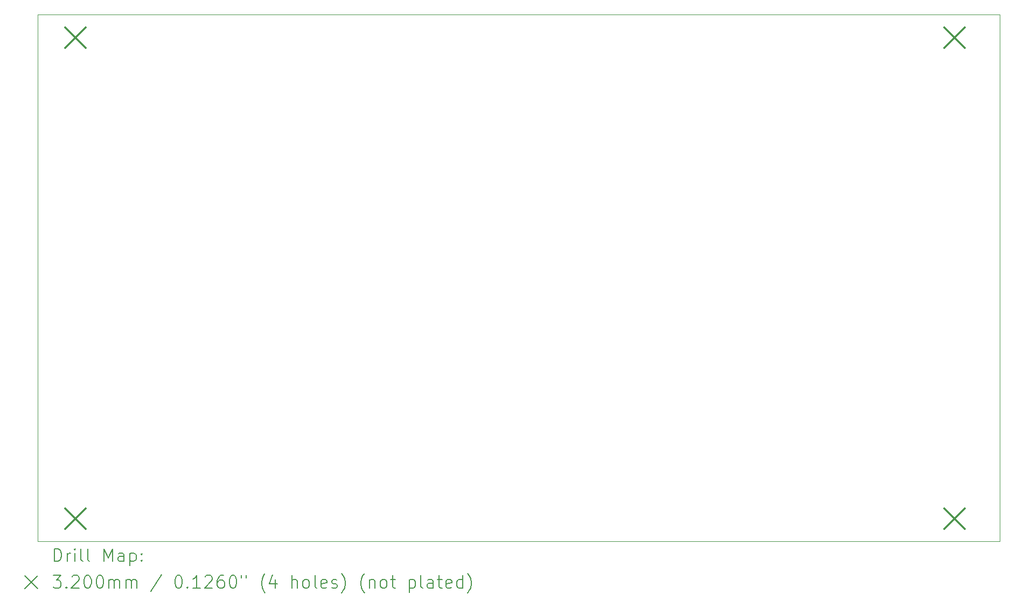
<source format=gbr>
%TF.GenerationSoftware,KiCad,Pcbnew,8.0.2-1*%
%TF.CreationDate,2025-01-09T15:56:44-05:00*%
%TF.ProjectId,C3P0_Controller_V1.1,43335030-5f43-46f6-9e74-726f6c6c6572,rev?*%
%TF.SameCoordinates,Original*%
%TF.FileFunction,Drillmap*%
%TF.FilePolarity,Positive*%
%FSLAX45Y45*%
G04 Gerber Fmt 4.5, Leading zero omitted, Abs format (unit mm)*
G04 Created by KiCad (PCBNEW 8.0.2-1) date 2025-01-09 15:56:44*
%MOMM*%
%LPD*%
G01*
G04 APERTURE LIST*
%ADD10C,0.050000*%
%ADD11C,0.200000*%
%ADD12C,0.320000*%
G04 APERTURE END LIST*
D10*
X7205600Y-13589000D02*
X7205600Y-5295601D01*
X22324600Y-13589000D02*
X7205600Y-13589000D01*
X22324600Y-5295600D02*
X22324600Y-13589000D01*
X7205600Y-5295600D02*
X22324600Y-5295600D01*
D11*
D12*
X7637800Y-5504200D02*
X7957800Y-5824200D01*
X7957800Y-5504200D02*
X7637800Y-5824200D01*
X7637800Y-13073400D02*
X7957800Y-13393400D01*
X7957800Y-13073400D02*
X7637800Y-13393400D01*
X21455400Y-5504200D02*
X21775400Y-5824200D01*
X21775400Y-5504200D02*
X21455400Y-5824200D01*
X21455400Y-13073400D02*
X21775400Y-13393400D01*
X21775400Y-13073400D02*
X21455400Y-13393400D01*
D11*
X7463877Y-13902984D02*
X7463877Y-13702984D01*
X7463877Y-13702984D02*
X7511496Y-13702984D01*
X7511496Y-13702984D02*
X7540067Y-13712508D01*
X7540067Y-13712508D02*
X7559115Y-13731555D01*
X7559115Y-13731555D02*
X7568639Y-13750603D01*
X7568639Y-13750603D02*
X7578162Y-13788698D01*
X7578162Y-13788698D02*
X7578162Y-13817269D01*
X7578162Y-13817269D02*
X7568639Y-13855365D01*
X7568639Y-13855365D02*
X7559115Y-13874412D01*
X7559115Y-13874412D02*
X7540067Y-13893460D01*
X7540067Y-13893460D02*
X7511496Y-13902984D01*
X7511496Y-13902984D02*
X7463877Y-13902984D01*
X7663877Y-13902984D02*
X7663877Y-13769650D01*
X7663877Y-13807746D02*
X7673401Y-13788698D01*
X7673401Y-13788698D02*
X7682924Y-13779174D01*
X7682924Y-13779174D02*
X7701972Y-13769650D01*
X7701972Y-13769650D02*
X7721020Y-13769650D01*
X7787686Y-13902984D02*
X7787686Y-13769650D01*
X7787686Y-13702984D02*
X7778162Y-13712508D01*
X7778162Y-13712508D02*
X7787686Y-13722031D01*
X7787686Y-13722031D02*
X7797210Y-13712508D01*
X7797210Y-13712508D02*
X7787686Y-13702984D01*
X7787686Y-13702984D02*
X7787686Y-13722031D01*
X7911496Y-13902984D02*
X7892448Y-13893460D01*
X7892448Y-13893460D02*
X7882924Y-13874412D01*
X7882924Y-13874412D02*
X7882924Y-13702984D01*
X8016258Y-13902984D02*
X7997210Y-13893460D01*
X7997210Y-13893460D02*
X7987686Y-13874412D01*
X7987686Y-13874412D02*
X7987686Y-13702984D01*
X8244829Y-13902984D02*
X8244829Y-13702984D01*
X8244829Y-13702984D02*
X8311496Y-13845841D01*
X8311496Y-13845841D02*
X8378162Y-13702984D01*
X8378162Y-13702984D02*
X8378162Y-13902984D01*
X8559115Y-13902984D02*
X8559115Y-13798222D01*
X8559115Y-13798222D02*
X8549591Y-13779174D01*
X8549591Y-13779174D02*
X8530544Y-13769650D01*
X8530544Y-13769650D02*
X8492448Y-13769650D01*
X8492448Y-13769650D02*
X8473401Y-13779174D01*
X8559115Y-13893460D02*
X8540067Y-13902984D01*
X8540067Y-13902984D02*
X8492448Y-13902984D01*
X8492448Y-13902984D02*
X8473401Y-13893460D01*
X8473401Y-13893460D02*
X8463877Y-13874412D01*
X8463877Y-13874412D02*
X8463877Y-13855365D01*
X8463877Y-13855365D02*
X8473401Y-13836317D01*
X8473401Y-13836317D02*
X8492448Y-13826793D01*
X8492448Y-13826793D02*
X8540067Y-13826793D01*
X8540067Y-13826793D02*
X8559115Y-13817269D01*
X8654353Y-13769650D02*
X8654353Y-13969650D01*
X8654353Y-13779174D02*
X8673401Y-13769650D01*
X8673401Y-13769650D02*
X8711496Y-13769650D01*
X8711496Y-13769650D02*
X8730544Y-13779174D01*
X8730544Y-13779174D02*
X8740067Y-13788698D01*
X8740067Y-13788698D02*
X8749591Y-13807746D01*
X8749591Y-13807746D02*
X8749591Y-13864888D01*
X8749591Y-13864888D02*
X8740067Y-13883936D01*
X8740067Y-13883936D02*
X8730544Y-13893460D01*
X8730544Y-13893460D02*
X8711496Y-13902984D01*
X8711496Y-13902984D02*
X8673401Y-13902984D01*
X8673401Y-13902984D02*
X8654353Y-13893460D01*
X8835305Y-13883936D02*
X8844829Y-13893460D01*
X8844829Y-13893460D02*
X8835305Y-13902984D01*
X8835305Y-13902984D02*
X8825782Y-13893460D01*
X8825782Y-13893460D02*
X8835305Y-13883936D01*
X8835305Y-13883936D02*
X8835305Y-13902984D01*
X8835305Y-13779174D02*
X8844829Y-13788698D01*
X8844829Y-13788698D02*
X8835305Y-13798222D01*
X8835305Y-13798222D02*
X8825782Y-13788698D01*
X8825782Y-13788698D02*
X8835305Y-13779174D01*
X8835305Y-13779174D02*
X8835305Y-13798222D01*
X7003100Y-14131500D02*
X7203100Y-14331500D01*
X7203100Y-14131500D02*
X7003100Y-14331500D01*
X7444829Y-14122984D02*
X7568639Y-14122984D01*
X7568639Y-14122984D02*
X7501972Y-14199174D01*
X7501972Y-14199174D02*
X7530543Y-14199174D01*
X7530543Y-14199174D02*
X7549591Y-14208698D01*
X7549591Y-14208698D02*
X7559115Y-14218222D01*
X7559115Y-14218222D02*
X7568639Y-14237269D01*
X7568639Y-14237269D02*
X7568639Y-14284888D01*
X7568639Y-14284888D02*
X7559115Y-14303936D01*
X7559115Y-14303936D02*
X7549591Y-14313460D01*
X7549591Y-14313460D02*
X7530543Y-14322984D01*
X7530543Y-14322984D02*
X7473401Y-14322984D01*
X7473401Y-14322984D02*
X7454353Y-14313460D01*
X7454353Y-14313460D02*
X7444829Y-14303936D01*
X7654353Y-14303936D02*
X7663877Y-14313460D01*
X7663877Y-14313460D02*
X7654353Y-14322984D01*
X7654353Y-14322984D02*
X7644829Y-14313460D01*
X7644829Y-14313460D02*
X7654353Y-14303936D01*
X7654353Y-14303936D02*
X7654353Y-14322984D01*
X7740067Y-14142031D02*
X7749591Y-14132508D01*
X7749591Y-14132508D02*
X7768639Y-14122984D01*
X7768639Y-14122984D02*
X7816258Y-14122984D01*
X7816258Y-14122984D02*
X7835305Y-14132508D01*
X7835305Y-14132508D02*
X7844829Y-14142031D01*
X7844829Y-14142031D02*
X7854353Y-14161079D01*
X7854353Y-14161079D02*
X7854353Y-14180127D01*
X7854353Y-14180127D02*
X7844829Y-14208698D01*
X7844829Y-14208698D02*
X7730543Y-14322984D01*
X7730543Y-14322984D02*
X7854353Y-14322984D01*
X7978162Y-14122984D02*
X7997210Y-14122984D01*
X7997210Y-14122984D02*
X8016258Y-14132508D01*
X8016258Y-14132508D02*
X8025782Y-14142031D01*
X8025782Y-14142031D02*
X8035305Y-14161079D01*
X8035305Y-14161079D02*
X8044829Y-14199174D01*
X8044829Y-14199174D02*
X8044829Y-14246793D01*
X8044829Y-14246793D02*
X8035305Y-14284888D01*
X8035305Y-14284888D02*
X8025782Y-14303936D01*
X8025782Y-14303936D02*
X8016258Y-14313460D01*
X8016258Y-14313460D02*
X7997210Y-14322984D01*
X7997210Y-14322984D02*
X7978162Y-14322984D01*
X7978162Y-14322984D02*
X7959115Y-14313460D01*
X7959115Y-14313460D02*
X7949591Y-14303936D01*
X7949591Y-14303936D02*
X7940067Y-14284888D01*
X7940067Y-14284888D02*
X7930543Y-14246793D01*
X7930543Y-14246793D02*
X7930543Y-14199174D01*
X7930543Y-14199174D02*
X7940067Y-14161079D01*
X7940067Y-14161079D02*
X7949591Y-14142031D01*
X7949591Y-14142031D02*
X7959115Y-14132508D01*
X7959115Y-14132508D02*
X7978162Y-14122984D01*
X8168639Y-14122984D02*
X8187686Y-14122984D01*
X8187686Y-14122984D02*
X8206734Y-14132508D01*
X8206734Y-14132508D02*
X8216258Y-14142031D01*
X8216258Y-14142031D02*
X8225782Y-14161079D01*
X8225782Y-14161079D02*
X8235305Y-14199174D01*
X8235305Y-14199174D02*
X8235305Y-14246793D01*
X8235305Y-14246793D02*
X8225782Y-14284888D01*
X8225782Y-14284888D02*
X8216258Y-14303936D01*
X8216258Y-14303936D02*
X8206734Y-14313460D01*
X8206734Y-14313460D02*
X8187686Y-14322984D01*
X8187686Y-14322984D02*
X8168639Y-14322984D01*
X8168639Y-14322984D02*
X8149591Y-14313460D01*
X8149591Y-14313460D02*
X8140067Y-14303936D01*
X8140067Y-14303936D02*
X8130543Y-14284888D01*
X8130543Y-14284888D02*
X8121020Y-14246793D01*
X8121020Y-14246793D02*
X8121020Y-14199174D01*
X8121020Y-14199174D02*
X8130543Y-14161079D01*
X8130543Y-14161079D02*
X8140067Y-14142031D01*
X8140067Y-14142031D02*
X8149591Y-14132508D01*
X8149591Y-14132508D02*
X8168639Y-14122984D01*
X8321020Y-14322984D02*
X8321020Y-14189650D01*
X8321020Y-14208698D02*
X8330543Y-14199174D01*
X8330543Y-14199174D02*
X8349591Y-14189650D01*
X8349591Y-14189650D02*
X8378163Y-14189650D01*
X8378163Y-14189650D02*
X8397210Y-14199174D01*
X8397210Y-14199174D02*
X8406734Y-14218222D01*
X8406734Y-14218222D02*
X8406734Y-14322984D01*
X8406734Y-14218222D02*
X8416258Y-14199174D01*
X8416258Y-14199174D02*
X8435305Y-14189650D01*
X8435305Y-14189650D02*
X8463877Y-14189650D01*
X8463877Y-14189650D02*
X8482925Y-14199174D01*
X8482925Y-14199174D02*
X8492448Y-14218222D01*
X8492448Y-14218222D02*
X8492448Y-14322984D01*
X8587686Y-14322984D02*
X8587686Y-14189650D01*
X8587686Y-14208698D02*
X8597210Y-14199174D01*
X8597210Y-14199174D02*
X8616258Y-14189650D01*
X8616258Y-14189650D02*
X8644829Y-14189650D01*
X8644829Y-14189650D02*
X8663877Y-14199174D01*
X8663877Y-14199174D02*
X8673401Y-14218222D01*
X8673401Y-14218222D02*
X8673401Y-14322984D01*
X8673401Y-14218222D02*
X8682925Y-14199174D01*
X8682925Y-14199174D02*
X8701972Y-14189650D01*
X8701972Y-14189650D02*
X8730544Y-14189650D01*
X8730544Y-14189650D02*
X8749591Y-14199174D01*
X8749591Y-14199174D02*
X8759115Y-14218222D01*
X8759115Y-14218222D02*
X8759115Y-14322984D01*
X9149591Y-14113460D02*
X8978163Y-14370603D01*
X9406734Y-14122984D02*
X9425782Y-14122984D01*
X9425782Y-14122984D02*
X9444829Y-14132508D01*
X9444829Y-14132508D02*
X9454353Y-14142031D01*
X9454353Y-14142031D02*
X9463877Y-14161079D01*
X9463877Y-14161079D02*
X9473401Y-14199174D01*
X9473401Y-14199174D02*
X9473401Y-14246793D01*
X9473401Y-14246793D02*
X9463877Y-14284888D01*
X9463877Y-14284888D02*
X9454353Y-14303936D01*
X9454353Y-14303936D02*
X9444829Y-14313460D01*
X9444829Y-14313460D02*
X9425782Y-14322984D01*
X9425782Y-14322984D02*
X9406734Y-14322984D01*
X9406734Y-14322984D02*
X9387687Y-14313460D01*
X9387687Y-14313460D02*
X9378163Y-14303936D01*
X9378163Y-14303936D02*
X9368639Y-14284888D01*
X9368639Y-14284888D02*
X9359115Y-14246793D01*
X9359115Y-14246793D02*
X9359115Y-14199174D01*
X9359115Y-14199174D02*
X9368639Y-14161079D01*
X9368639Y-14161079D02*
X9378163Y-14142031D01*
X9378163Y-14142031D02*
X9387687Y-14132508D01*
X9387687Y-14132508D02*
X9406734Y-14122984D01*
X9559115Y-14303936D02*
X9568639Y-14313460D01*
X9568639Y-14313460D02*
X9559115Y-14322984D01*
X9559115Y-14322984D02*
X9549591Y-14313460D01*
X9549591Y-14313460D02*
X9559115Y-14303936D01*
X9559115Y-14303936D02*
X9559115Y-14322984D01*
X9759115Y-14322984D02*
X9644829Y-14322984D01*
X9701972Y-14322984D02*
X9701972Y-14122984D01*
X9701972Y-14122984D02*
X9682925Y-14151555D01*
X9682925Y-14151555D02*
X9663877Y-14170603D01*
X9663877Y-14170603D02*
X9644829Y-14180127D01*
X9835306Y-14142031D02*
X9844829Y-14132508D01*
X9844829Y-14132508D02*
X9863877Y-14122984D01*
X9863877Y-14122984D02*
X9911496Y-14122984D01*
X9911496Y-14122984D02*
X9930544Y-14132508D01*
X9930544Y-14132508D02*
X9940068Y-14142031D01*
X9940068Y-14142031D02*
X9949591Y-14161079D01*
X9949591Y-14161079D02*
X9949591Y-14180127D01*
X9949591Y-14180127D02*
X9940068Y-14208698D01*
X9940068Y-14208698D02*
X9825782Y-14322984D01*
X9825782Y-14322984D02*
X9949591Y-14322984D01*
X10121020Y-14122984D02*
X10082925Y-14122984D01*
X10082925Y-14122984D02*
X10063877Y-14132508D01*
X10063877Y-14132508D02*
X10054353Y-14142031D01*
X10054353Y-14142031D02*
X10035306Y-14170603D01*
X10035306Y-14170603D02*
X10025782Y-14208698D01*
X10025782Y-14208698D02*
X10025782Y-14284888D01*
X10025782Y-14284888D02*
X10035306Y-14303936D01*
X10035306Y-14303936D02*
X10044829Y-14313460D01*
X10044829Y-14313460D02*
X10063877Y-14322984D01*
X10063877Y-14322984D02*
X10101972Y-14322984D01*
X10101972Y-14322984D02*
X10121020Y-14313460D01*
X10121020Y-14313460D02*
X10130544Y-14303936D01*
X10130544Y-14303936D02*
X10140068Y-14284888D01*
X10140068Y-14284888D02*
X10140068Y-14237269D01*
X10140068Y-14237269D02*
X10130544Y-14218222D01*
X10130544Y-14218222D02*
X10121020Y-14208698D01*
X10121020Y-14208698D02*
X10101972Y-14199174D01*
X10101972Y-14199174D02*
X10063877Y-14199174D01*
X10063877Y-14199174D02*
X10044829Y-14208698D01*
X10044829Y-14208698D02*
X10035306Y-14218222D01*
X10035306Y-14218222D02*
X10025782Y-14237269D01*
X10263877Y-14122984D02*
X10282925Y-14122984D01*
X10282925Y-14122984D02*
X10301972Y-14132508D01*
X10301972Y-14132508D02*
X10311496Y-14142031D01*
X10311496Y-14142031D02*
X10321020Y-14161079D01*
X10321020Y-14161079D02*
X10330544Y-14199174D01*
X10330544Y-14199174D02*
X10330544Y-14246793D01*
X10330544Y-14246793D02*
X10321020Y-14284888D01*
X10321020Y-14284888D02*
X10311496Y-14303936D01*
X10311496Y-14303936D02*
X10301972Y-14313460D01*
X10301972Y-14313460D02*
X10282925Y-14322984D01*
X10282925Y-14322984D02*
X10263877Y-14322984D01*
X10263877Y-14322984D02*
X10244829Y-14313460D01*
X10244829Y-14313460D02*
X10235306Y-14303936D01*
X10235306Y-14303936D02*
X10225782Y-14284888D01*
X10225782Y-14284888D02*
X10216258Y-14246793D01*
X10216258Y-14246793D02*
X10216258Y-14199174D01*
X10216258Y-14199174D02*
X10225782Y-14161079D01*
X10225782Y-14161079D02*
X10235306Y-14142031D01*
X10235306Y-14142031D02*
X10244829Y-14132508D01*
X10244829Y-14132508D02*
X10263877Y-14122984D01*
X10406734Y-14122984D02*
X10406734Y-14161079D01*
X10482925Y-14122984D02*
X10482925Y-14161079D01*
X10778163Y-14399174D02*
X10768639Y-14389650D01*
X10768639Y-14389650D02*
X10749591Y-14361079D01*
X10749591Y-14361079D02*
X10740068Y-14342031D01*
X10740068Y-14342031D02*
X10730544Y-14313460D01*
X10730544Y-14313460D02*
X10721020Y-14265841D01*
X10721020Y-14265841D02*
X10721020Y-14227746D01*
X10721020Y-14227746D02*
X10730544Y-14180127D01*
X10730544Y-14180127D02*
X10740068Y-14151555D01*
X10740068Y-14151555D02*
X10749591Y-14132508D01*
X10749591Y-14132508D02*
X10768639Y-14103936D01*
X10768639Y-14103936D02*
X10778163Y-14094412D01*
X10940068Y-14189650D02*
X10940068Y-14322984D01*
X10892449Y-14113460D02*
X10844830Y-14256317D01*
X10844830Y-14256317D02*
X10968639Y-14256317D01*
X11197210Y-14322984D02*
X11197210Y-14122984D01*
X11282925Y-14322984D02*
X11282925Y-14218222D01*
X11282925Y-14218222D02*
X11273401Y-14199174D01*
X11273401Y-14199174D02*
X11254353Y-14189650D01*
X11254353Y-14189650D02*
X11225782Y-14189650D01*
X11225782Y-14189650D02*
X11206734Y-14199174D01*
X11206734Y-14199174D02*
X11197210Y-14208698D01*
X11406734Y-14322984D02*
X11387687Y-14313460D01*
X11387687Y-14313460D02*
X11378163Y-14303936D01*
X11378163Y-14303936D02*
X11368639Y-14284888D01*
X11368639Y-14284888D02*
X11368639Y-14227746D01*
X11368639Y-14227746D02*
X11378163Y-14208698D01*
X11378163Y-14208698D02*
X11387687Y-14199174D01*
X11387687Y-14199174D02*
X11406734Y-14189650D01*
X11406734Y-14189650D02*
X11435306Y-14189650D01*
X11435306Y-14189650D02*
X11454353Y-14199174D01*
X11454353Y-14199174D02*
X11463877Y-14208698D01*
X11463877Y-14208698D02*
X11473401Y-14227746D01*
X11473401Y-14227746D02*
X11473401Y-14284888D01*
X11473401Y-14284888D02*
X11463877Y-14303936D01*
X11463877Y-14303936D02*
X11454353Y-14313460D01*
X11454353Y-14313460D02*
X11435306Y-14322984D01*
X11435306Y-14322984D02*
X11406734Y-14322984D01*
X11587687Y-14322984D02*
X11568639Y-14313460D01*
X11568639Y-14313460D02*
X11559115Y-14294412D01*
X11559115Y-14294412D02*
X11559115Y-14122984D01*
X11740068Y-14313460D02*
X11721020Y-14322984D01*
X11721020Y-14322984D02*
X11682925Y-14322984D01*
X11682925Y-14322984D02*
X11663877Y-14313460D01*
X11663877Y-14313460D02*
X11654353Y-14294412D01*
X11654353Y-14294412D02*
X11654353Y-14218222D01*
X11654353Y-14218222D02*
X11663877Y-14199174D01*
X11663877Y-14199174D02*
X11682925Y-14189650D01*
X11682925Y-14189650D02*
X11721020Y-14189650D01*
X11721020Y-14189650D02*
X11740068Y-14199174D01*
X11740068Y-14199174D02*
X11749591Y-14218222D01*
X11749591Y-14218222D02*
X11749591Y-14237269D01*
X11749591Y-14237269D02*
X11654353Y-14256317D01*
X11825782Y-14313460D02*
X11844830Y-14322984D01*
X11844830Y-14322984D02*
X11882925Y-14322984D01*
X11882925Y-14322984D02*
X11901972Y-14313460D01*
X11901972Y-14313460D02*
X11911496Y-14294412D01*
X11911496Y-14294412D02*
X11911496Y-14284888D01*
X11911496Y-14284888D02*
X11901972Y-14265841D01*
X11901972Y-14265841D02*
X11882925Y-14256317D01*
X11882925Y-14256317D02*
X11854353Y-14256317D01*
X11854353Y-14256317D02*
X11835306Y-14246793D01*
X11835306Y-14246793D02*
X11825782Y-14227746D01*
X11825782Y-14227746D02*
X11825782Y-14218222D01*
X11825782Y-14218222D02*
X11835306Y-14199174D01*
X11835306Y-14199174D02*
X11854353Y-14189650D01*
X11854353Y-14189650D02*
X11882925Y-14189650D01*
X11882925Y-14189650D02*
X11901972Y-14199174D01*
X11978163Y-14399174D02*
X11987687Y-14389650D01*
X11987687Y-14389650D02*
X12006734Y-14361079D01*
X12006734Y-14361079D02*
X12016258Y-14342031D01*
X12016258Y-14342031D02*
X12025782Y-14313460D01*
X12025782Y-14313460D02*
X12035306Y-14265841D01*
X12035306Y-14265841D02*
X12035306Y-14227746D01*
X12035306Y-14227746D02*
X12025782Y-14180127D01*
X12025782Y-14180127D02*
X12016258Y-14151555D01*
X12016258Y-14151555D02*
X12006734Y-14132508D01*
X12006734Y-14132508D02*
X11987687Y-14103936D01*
X11987687Y-14103936D02*
X11978163Y-14094412D01*
X12340068Y-14399174D02*
X12330544Y-14389650D01*
X12330544Y-14389650D02*
X12311496Y-14361079D01*
X12311496Y-14361079D02*
X12301972Y-14342031D01*
X12301972Y-14342031D02*
X12292449Y-14313460D01*
X12292449Y-14313460D02*
X12282925Y-14265841D01*
X12282925Y-14265841D02*
X12282925Y-14227746D01*
X12282925Y-14227746D02*
X12292449Y-14180127D01*
X12292449Y-14180127D02*
X12301972Y-14151555D01*
X12301972Y-14151555D02*
X12311496Y-14132508D01*
X12311496Y-14132508D02*
X12330544Y-14103936D01*
X12330544Y-14103936D02*
X12340068Y-14094412D01*
X12416258Y-14189650D02*
X12416258Y-14322984D01*
X12416258Y-14208698D02*
X12425782Y-14199174D01*
X12425782Y-14199174D02*
X12444830Y-14189650D01*
X12444830Y-14189650D02*
X12473401Y-14189650D01*
X12473401Y-14189650D02*
X12492449Y-14199174D01*
X12492449Y-14199174D02*
X12501972Y-14218222D01*
X12501972Y-14218222D02*
X12501972Y-14322984D01*
X12625782Y-14322984D02*
X12606734Y-14313460D01*
X12606734Y-14313460D02*
X12597211Y-14303936D01*
X12597211Y-14303936D02*
X12587687Y-14284888D01*
X12587687Y-14284888D02*
X12587687Y-14227746D01*
X12587687Y-14227746D02*
X12597211Y-14208698D01*
X12597211Y-14208698D02*
X12606734Y-14199174D01*
X12606734Y-14199174D02*
X12625782Y-14189650D01*
X12625782Y-14189650D02*
X12654353Y-14189650D01*
X12654353Y-14189650D02*
X12673401Y-14199174D01*
X12673401Y-14199174D02*
X12682925Y-14208698D01*
X12682925Y-14208698D02*
X12692449Y-14227746D01*
X12692449Y-14227746D02*
X12692449Y-14284888D01*
X12692449Y-14284888D02*
X12682925Y-14303936D01*
X12682925Y-14303936D02*
X12673401Y-14313460D01*
X12673401Y-14313460D02*
X12654353Y-14322984D01*
X12654353Y-14322984D02*
X12625782Y-14322984D01*
X12749592Y-14189650D02*
X12825782Y-14189650D01*
X12778163Y-14122984D02*
X12778163Y-14294412D01*
X12778163Y-14294412D02*
X12787687Y-14313460D01*
X12787687Y-14313460D02*
X12806734Y-14322984D01*
X12806734Y-14322984D02*
X12825782Y-14322984D01*
X13044830Y-14189650D02*
X13044830Y-14389650D01*
X13044830Y-14199174D02*
X13063877Y-14189650D01*
X13063877Y-14189650D02*
X13101973Y-14189650D01*
X13101973Y-14189650D02*
X13121020Y-14199174D01*
X13121020Y-14199174D02*
X13130544Y-14208698D01*
X13130544Y-14208698D02*
X13140068Y-14227746D01*
X13140068Y-14227746D02*
X13140068Y-14284888D01*
X13140068Y-14284888D02*
X13130544Y-14303936D01*
X13130544Y-14303936D02*
X13121020Y-14313460D01*
X13121020Y-14313460D02*
X13101973Y-14322984D01*
X13101973Y-14322984D02*
X13063877Y-14322984D01*
X13063877Y-14322984D02*
X13044830Y-14313460D01*
X13254353Y-14322984D02*
X13235306Y-14313460D01*
X13235306Y-14313460D02*
X13225782Y-14294412D01*
X13225782Y-14294412D02*
X13225782Y-14122984D01*
X13416258Y-14322984D02*
X13416258Y-14218222D01*
X13416258Y-14218222D02*
X13406734Y-14199174D01*
X13406734Y-14199174D02*
X13387687Y-14189650D01*
X13387687Y-14189650D02*
X13349592Y-14189650D01*
X13349592Y-14189650D02*
X13330544Y-14199174D01*
X13416258Y-14313460D02*
X13397211Y-14322984D01*
X13397211Y-14322984D02*
X13349592Y-14322984D01*
X13349592Y-14322984D02*
X13330544Y-14313460D01*
X13330544Y-14313460D02*
X13321020Y-14294412D01*
X13321020Y-14294412D02*
X13321020Y-14275365D01*
X13321020Y-14275365D02*
X13330544Y-14256317D01*
X13330544Y-14256317D02*
X13349592Y-14246793D01*
X13349592Y-14246793D02*
X13397211Y-14246793D01*
X13397211Y-14246793D02*
X13416258Y-14237269D01*
X13482925Y-14189650D02*
X13559115Y-14189650D01*
X13511496Y-14122984D02*
X13511496Y-14294412D01*
X13511496Y-14294412D02*
X13521020Y-14313460D01*
X13521020Y-14313460D02*
X13540068Y-14322984D01*
X13540068Y-14322984D02*
X13559115Y-14322984D01*
X13701973Y-14313460D02*
X13682925Y-14322984D01*
X13682925Y-14322984D02*
X13644830Y-14322984D01*
X13644830Y-14322984D02*
X13625782Y-14313460D01*
X13625782Y-14313460D02*
X13616258Y-14294412D01*
X13616258Y-14294412D02*
X13616258Y-14218222D01*
X13616258Y-14218222D02*
X13625782Y-14199174D01*
X13625782Y-14199174D02*
X13644830Y-14189650D01*
X13644830Y-14189650D02*
X13682925Y-14189650D01*
X13682925Y-14189650D02*
X13701973Y-14199174D01*
X13701973Y-14199174D02*
X13711496Y-14218222D01*
X13711496Y-14218222D02*
X13711496Y-14237269D01*
X13711496Y-14237269D02*
X13616258Y-14256317D01*
X13882925Y-14322984D02*
X13882925Y-14122984D01*
X13882925Y-14313460D02*
X13863877Y-14322984D01*
X13863877Y-14322984D02*
X13825782Y-14322984D01*
X13825782Y-14322984D02*
X13806734Y-14313460D01*
X13806734Y-14313460D02*
X13797211Y-14303936D01*
X13797211Y-14303936D02*
X13787687Y-14284888D01*
X13787687Y-14284888D02*
X13787687Y-14227746D01*
X13787687Y-14227746D02*
X13797211Y-14208698D01*
X13797211Y-14208698D02*
X13806734Y-14199174D01*
X13806734Y-14199174D02*
X13825782Y-14189650D01*
X13825782Y-14189650D02*
X13863877Y-14189650D01*
X13863877Y-14189650D02*
X13882925Y-14199174D01*
X13959115Y-14399174D02*
X13968639Y-14389650D01*
X13968639Y-14389650D02*
X13987687Y-14361079D01*
X13987687Y-14361079D02*
X13997211Y-14342031D01*
X13997211Y-14342031D02*
X14006734Y-14313460D01*
X14006734Y-14313460D02*
X14016258Y-14265841D01*
X14016258Y-14265841D02*
X14016258Y-14227746D01*
X14016258Y-14227746D02*
X14006734Y-14180127D01*
X14006734Y-14180127D02*
X13997211Y-14151555D01*
X13997211Y-14151555D02*
X13987687Y-14132508D01*
X13987687Y-14132508D02*
X13968639Y-14103936D01*
X13968639Y-14103936D02*
X13959115Y-14094412D01*
M02*

</source>
